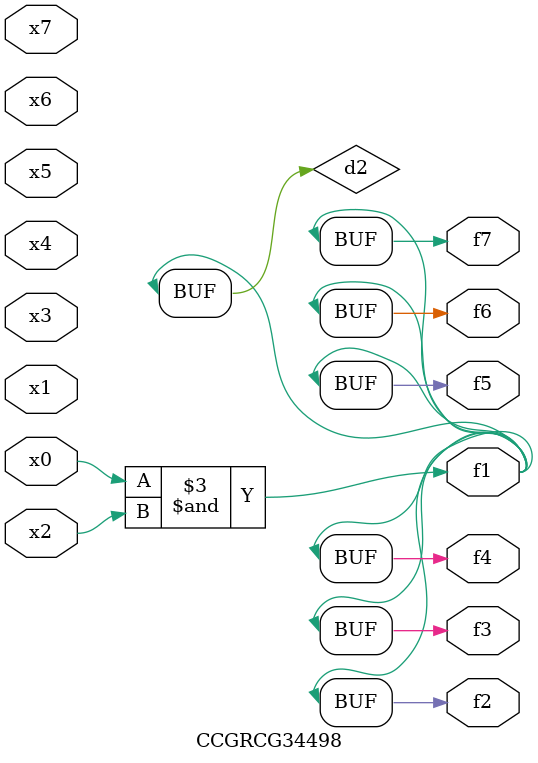
<source format=v>
module CCGRCG34498(
	input x0, x1, x2, x3, x4, x5, x6, x7,
	output f1, f2, f3, f4, f5, f6, f7
);

	wire d1, d2;

	nor (d1, x3, x6);
	and (d2, x0, x2);
	assign f1 = d2;
	assign f2 = d2;
	assign f3 = d2;
	assign f4 = d2;
	assign f5 = d2;
	assign f6 = d2;
	assign f7 = d2;
endmodule

</source>
